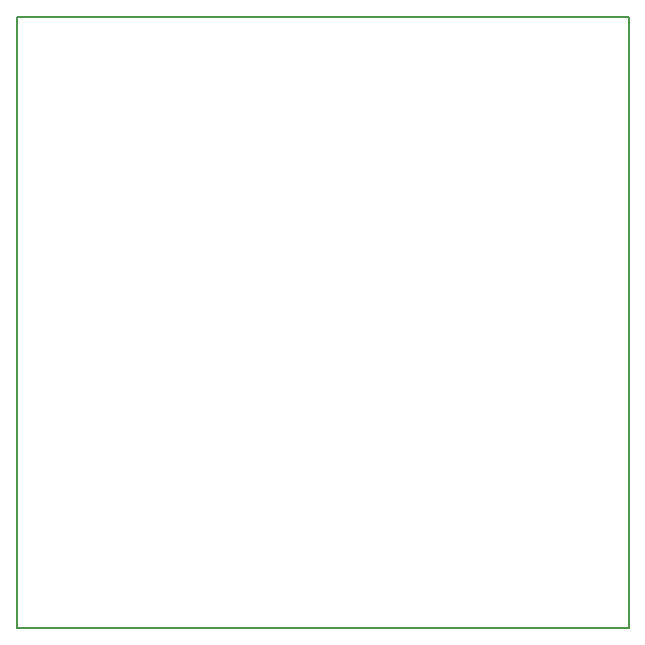
<source format=gm1>
G04 MADE WITH FRITZING*
G04 WWW.FRITZING.ORG*
G04 DOUBLE SIDED*
G04 HOLES PLATED*
G04 CONTOUR ON CENTER OF CONTOUR VECTOR*
%ASAXBY*%
%FSLAX23Y23*%
%MOIN*%
%OFA0B0*%
%SFA1.0B1.0*%
%ADD10R,2.047240X2.047240*%
%ADD11C,0.008000*%
%ADD10C,0.008*%
%LNCONTOUR*%
G90*
G70*
G54D10*
G54D11*
X11Y2036D02*
X2051Y2036D01*
X2051Y-3D01*
X11Y-3D01*
X11Y2036D01*
D02*
G04 End of contour*
M02*
</source>
